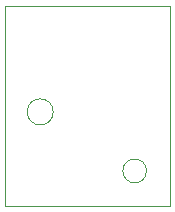
<source format=gbr>
%TF.GenerationSoftware,KiCad,Pcbnew,(6.0.4)*%
%TF.CreationDate,2022-07-21T21:10:16-04:00*%
%TF.ProjectId,XpandShieldMK3_2,5870616e-6453-4686-9965-6c644d4b335f,rev?*%
%TF.SameCoordinates,Original*%
%TF.FileFunction,Profile,NP*%
%FSLAX46Y46*%
G04 Gerber Fmt 4.6, Leading zero omitted, Abs format (unit mm)*
G04 Created by KiCad (PCBNEW (6.0.4)) date 2022-07-21 21:10:16*
%MOMM*%
%LPD*%
G01*
G04 APERTURE LIST*
%TA.AperFunction,Profile*%
%ADD10C,0.100000*%
%TD*%
G04 APERTURE END LIST*
D10*
X25540000Y-23565000D02*
G75*
G03*
X25540000Y-23565000I-1100000J0D01*
G01*
X21440000Y-31565000D02*
X35440000Y-31565000D01*
X21440000Y-14565000D02*
X21440000Y-31565000D01*
X35440000Y-14565000D02*
X21440000Y-14565000D01*
X35440000Y-31565000D02*
X35440000Y-14565000D01*
X33440000Y-28565000D02*
G75*
G03*
X33440000Y-28565000I-1000000J0D01*
G01*
M02*

</source>
